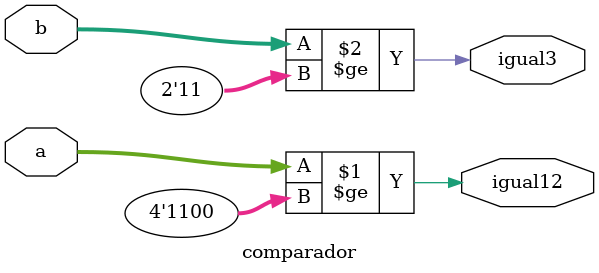
<source format=sv>
module comparador (
    input logic [3:0] a,   // Entrada A
    input logic [1:0] b,
    output logic igual12,  // Sinal quando A >= 12
    output logic igual3
);
    assign igual12 = (a >= 4'd12);
    assign igual3 = (b >= 2'd3);
endmodule

</source>
